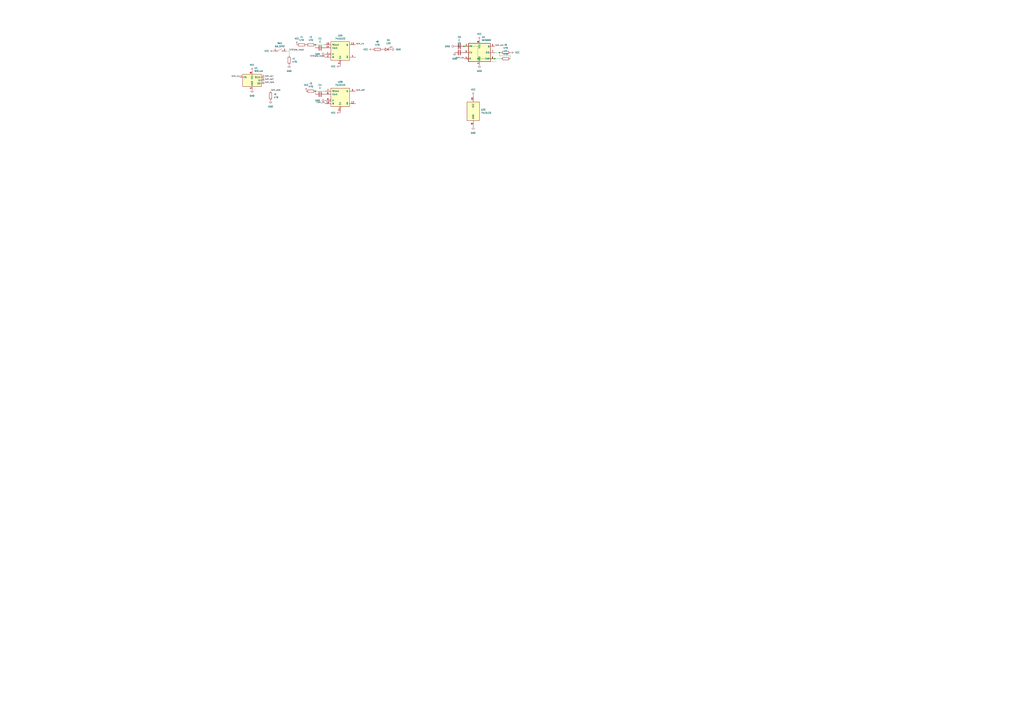
<source format=kicad_sch>
(kicad_sch (version 20230121) (generator eeschema)
  (paper "A1")
  (lib_symbols
    (symbol "74xx:74LS123" (pin_names (offset 1.016))
      (property "Reference" "U" (at -7.62 8.89 0))
      (property "Value" "74LS123" (at -7.62 -8.89 0))
      (symbol "74LS123_1_0"
        (pin input inverted (at -12.7 -2.54 0) (length 5.08) (name "A") (number "1"))
        (pin output line (at 12.7 5.08 180) (length 5.08) (name "Q") (number "13"))
        (pin input line (at -12.7 2.54 0) (length 5.08) (name "Cext") (number "14"))
        (pin input line (at -12.7 5.08 0) (length 5.08) (name "RCext") (number "15"))
        (pin input line (at -12.7 -5.08 0) (length 5.08) (name "B") (number "2"))
        (pin input inverted (at 0 -12.7 90) (length 5.08) (name "Clr") (number "3"))
        (pin output line (at 12.7 -5.08 180) (length 5.08) (name "~{Q}") (number "4"))
      )
      (symbol "74LS123_1_1"
        (rectangle (start -7.62 7.62) (end 7.62 -7.62) (stroke (width 0.254)) (fill (type background)))
      )
      (symbol "74LS123_2_0"
        (pin input line (at -12.7 -5.08 0) (length 5.08) (name "B") (number "10"))
        (pin input inverted (at 0 -12.7 90) (length 5.08) (name "Clr") (number "11"))
        (pin output line (at 12.7 -5.08 180) (length 5.08) (name "~{Q}") (number "12"))
        (pin output line (at 12.7 5.08 180) (length 5.08) (name "Q") (number "5"))
        (pin input line (at -12.7 2.54 0) (length 5.08) (name "Cext") (number "6"))
        (pin input line (at -12.7 5.08 0) (length 5.08) (name "RCext") (number "7"))
        (pin input inverted (at -12.7 -2.54 0) (length 5.08) (name "A") (number "9"))
      )
      (symbol "74LS123_2_1"
        (rectangle (start -7.62 7.62) (end 7.62 -7.62) (stroke (width 0.254)) (fill (type background)))
      )
      (symbol "74LS123_3_0"
        (pin power_in line (at 0 12.7 270) (length 5.08) (name "VCC") (number "16"))
        (pin power_in line (at 0 -12.7 90) (length 5.08) (name "GND") (number "8"))
      )
      (symbol "74LS123_3_1"
        (rectangle (start -5.08 7.62) (end 5.08 -7.62) (stroke (width 0.254)) (fill (type background)))
      )
    )
    (symbol "Device:C" (pin_numbers hide) (pin_names (offset 0.254))
      (property "Reference" "C" (at 0.635 2.54 0))
      (property "Value" "C" (at 0.635 -2.54 0))
      (symbol "C_0_1"
        (polyline (pts (xy -2.032 -0.762) (xy 2.032 -0.762)) (stroke (width 0.508)))
        (polyline (pts (xy -2.032 0.762) (xy 2.032 0.762)) (stroke (width 0.508)))
      )
      (symbol "C_1_1"
        (pin passive line (at 0 3.81 270) (length 2.794) (name "~") (number "1"))
        (pin passive line (at 0 -3.81 90) (length 2.794) (name "~") (number "2"))
      )
    )
    (symbol "Device:LED" (pin_numbers hide) (pin_names (offset 1.016) hide)
      (property "Reference" "D" (at 0 2.54 0))
      (property "Value" "LED" (at 0 -2.54 0))
      (symbol "LED_0_1"
        (polyline (pts (xy -1.27 -1.27) (xy -1.27 1.27)) (stroke (width 0.254)))
        (polyline (pts (xy -1.27 0) (xy 1.27 0)))
        (polyline (pts (xy 1.27 -1.27) (xy 1.27 1.27) (xy -1.27 0) (xy 1.27 -1.27)) (stroke (width 0.254)))
        (polyline (pts (xy -3.048 -0.762) (xy -4.572 -2.286) (xy -3.81 -2.286) (xy -4.572 -2.286) (xy -4.572 -1.524)))
        (polyline (pts (xy -1.778 -0.762) (xy -3.302 -2.286) (xy -2.54 -2.286) (xy -3.302 -2.286) (xy -3.302 -1.524)))
      )
      (symbol "LED_1_1"
        (pin passive line (at -3.81 0 0) (length 2.54) (name "K") (number "1"))
        (pin passive line (at 3.81 0 180) (length 2.54) (name "A") (number "2"))
      )
    )
    (symbol "Device:R" (pin_numbers hide) (pin_names (offset 0))
      (property "Reference" "R" (at 2.032 0 90))
      (property "Value" "R" (at 0 0 90))
      (symbol "R_0_1"
        (rectangle (start -1.016 -2.54) (end 1.016 2.54) (stroke (width 0.254)))
      )
      (symbol "R_1_1"
        (pin passive line (at 0 3.81 270) (length 1.27) (name "~") (number "1"))
        (pin passive line (at 0 -3.81 90) (length 1.27) (name "~") (number "2"))
      )
    )
    (symbol "Memory_EEPROM:93CxxA"
      (property "Reference" "U" (at -7.62 6.35 0))
      (property "Value" "93CxxA" (at 2.54 -6.35 0))
      (symbol "93CxxA_1_1"
        (rectangle (start -7.62 5.08) (end 7.62 -5.08) (stroke (width 0.254)) (fill (type background)))
        (pin input line (at -10.16 2.54 0) (length 2.54) (name "CS") (number "1"))
        (pin input line (at 10.16 2.54 180) (length 2.54) (name "SCLK") (number "2"))
        (pin input line (at 10.16 0 180) (length 2.54) (name "DI") (number "3"))
        (pin tri_state line (at 10.16 -2.54 180) (length 2.54) (name "DO") (number "4"))
        (pin power_in line (at 0 -7.62 90) (length 2.54) (name "GND") (number "5"))
        (pin no_connect line (at -7.62 0 0) (length 2.54) hide (name "NC") (number "6"))
        (pin no_connect line (at -7.62 -2.54 0) (length 2.54) hide (name "NC") (number "7"))
        (pin power_in line (at 0 7.62 270) (length 2.54) (name "VCC") (number "8"))
      )
    )
    (symbol "Switch:SW_SPST" (pin_names (offset 0) hide)
      (property "Reference" "SW" (at 0 3.175 0))
      (property "Value" "SW_SPST" (at 0 -2.54 0))
      (symbol "SW_SPST_0_0"
        (circle (center -2.032 0) (radius 0.508))
        (polyline (pts (xy -1.524 0.254) (xy 1.524 1.778)))
        (circle (center 2.032 0) (radius 0.508))
      )
      (symbol "SW_SPST_1_1"
        (pin passive line (at -5.08 0 0) (length 2.54) (name "A") (number "1"))
        (pin passive line (at 5.08 0 180) (length 2.54) (name "B") (number "2"))
      )
    )
    (symbol "Timer:NE555D"
      (property "Reference" "U" (at -10.16 8.89 0))
      (property "Value" "NE555D" (at 2.54 8.89 0))
      (symbol "NE555D_0_0"
        (pin power_in line (at 0 -10.16 90) (length 2.54) (name "GND") (number "1"))
        (pin power_in line (at 0 10.16 270) (length 2.54) (name "VCC") (number "8"))
      )
      (symbol "NE555D_0_1"
        (rectangle (start -8.89 -7.62) (end 8.89 7.62) (stroke (width 0.254)) (fill (type background)))
        (rectangle (start -8.89 -7.62) (end 8.89 7.62) (stroke (width 0.254)) (fill (type background)))
      )
      (symbol "NE555D_1_1"
        (pin input line (at -12.7 5.08 0) (length 3.81) (name "TR") (number "2"))
        (pin output line (at 12.7 5.08 180) (length 3.81) (name "Q") (number "3"))
        (pin input inverted (at -12.7 -5.08 0) (length 3.81) (name "R") (number "4"))
        (pin input line (at -12.7 0 0) (length 3.81) (name "CV") (number "5"))
        (pin input line (at 12.7 -5.08 180) (length 3.81) (name "THR") (number "6"))
        (pin input line (at 12.7 0 180) (length 3.81) (name "DIS") (number "7"))
      )
    )
    (symbol "power:GND" (power) (pin_names (offset 0))
      (property "Value" "GND" (at 0 -3.81 0))
      (symbol "GND_0_1"
        (polyline (pts (xy 0 0) (xy 0 -1.27) (xy 1.27 -1.27) (xy 0 -2.54) (xy -1.27 -1.27) (xy 0 -1.27)))
      )
      (symbol "GND_1_1"
        (pin power_in line (at 0 0 270) (length 0) hide (name "GND") (number "1"))
      )
    )
    (symbol "power:VCC" (power) (pin_names (offset 0))
      (property "Value" "VCC" (at 0 3.81 0))
      (symbol "VCC_0_1"
        (polyline (pts (xy -0.762 1.27) (xy 0 2.54)))
        (polyline (pts (xy 0 0) (xy 0 2.54)))
        (polyline (pts (xy 0 2.54) (xy 0.762 1.27)))
      )
      (symbol "VCC_1_1"
        (pin power_in line (at 0 0 90) (length 0) hide (name "VCC") (number "1"))
      )
    )
  )
  (junction (at 259.08 36.83))
  (junction (at 410.21 43.18))
  (junction (at 392.43 48.26))
  (junction (at 259.08 74.93))
  (junction (at 406.4 48.26))
  (junction (at 381 38.1))
  (wire (pts (xy 392.43 50.8) (xy 407.67 50.8)))
  (wire (pts (xy 259.08 36.83) (xy 259.08 39.37)))
  (wire (pts (xy 237.49 41.91) (xy 237.49 45.72)))
  (wire (pts (xy 259.08 36.83) (xy 266.7 36.83)))
  (wire (pts (xy 259.08 74.93) (xy 259.08 77.47)))
  (wire (pts (xy 392.43 48.26) (xy 406.4 48.26)))
  (wire (pts (xy 419.1 45.72) (xy 419.1 48.26)))
  (wire (pts (xy 410.21 43.18) (xy 411.48 43.18)))
  (wire (pts (xy 406.4 48.26) (xy 411.48 48.26)))
  (wire (pts (xy 392.43 48.26) (xy 392.43 50.8)))
  (wire (pts (xy 410.21 45.72) (xy 419.1 45.72)))
  (wire (pts (xy 406.4 43.18) (xy 410.21 43.18)))
  (wire (pts (xy 410.21 43.18) (xy 410.21 45.72)))
  (wire (pts (xy 234.95 41.91) (xy 237.49 41.91)))
  (wire (pts (xy 381 38.1) (xy 392.43 38.1)))
  (wire (pts (xy 259.08 74.93) (xy 266.7 74.93)))
  (wire (pts (xy 392.43 38.1) (xy 392.43 48.26)))
  (label "rom_sdo" (at 217.17 68.58 0))
  (label "initiate_read" (at 266.7 46.99 180))
  (label "rom_sdi" (at 292.1 74.93 0))
  (label "rom_scl" (at 406.4 38.1 0))
  (label "rom_cs" (at 381 48.26 180))
  (label "rom_scl" (at 217.17 63.5 0))
  (label "rom_sdi" (at 217.17 66.04 0))
  (label "rom_cs" (at 266.7 85.09 180))
  (label "initiate_read" (at 237.49 41.91 0))
  (label "rom_sdo" (at 222.25 74.93 0))
  (label "rom_cs" (at 292.1 36.83 0))
  (label "rom_cs" (at 196.85 63.5 180))
  (symbol (lib_id "Device:R") (at 255.27 74.93 90) (unit 1)
    (property "Reference" "r3" (at 255.27 68.58 90))
    (property "Value" "470" (at 255.27 71.12 90))
    (property "Footprint" "Resistor_THT:R_Axial_DIN0204_L3.6mm_D1.6mm_P5.08mm_Horizontal" (effects hide))
  )
  (symbol (lib_id "power:GND") (at 266.7 44.45 270) (unit 1)
    (property "Reference" "#PWR010" (effects hide))
    (property "Value" "GND" (at 262.89 44.45 90) (effects (justify right)))
  )
  (symbol (lib_id "Device:R") (at 237.49 49.53 180) (unit 1)
    (property "Reference" "r1" (at 240.03 48.26 0) (effects (justify right)))
    (property "Value" "470" (at 240.03 50.8 0) (effects (justify right)))
    (property "Footprint" "Resistor_THT:R_Axial_DIN0204_L3.6mm_D1.6mm_P5.08mm_Horizontal" (effects hide))
  )
  (symbol (lib_id "power:GND") (at 388.62 104.14 0) (unit 1)
    (property "Reference" "#PWR06" (effects hide))
    (property "Value" "GND" (at 388.62 109.22 0))
  )
  (symbol (lib_id "power:VCC") (at 306.07 40.64 90) (unit 1)
    (property "Reference" "#PWR04" (effects hide))
    (property "Value" "VCC" (at 302.26 40.64 90) (effects (justify left)))
  )
  (symbol (lib_id "Timer:NE555D") (at 393.7 43.18 0) (unit 1)
    (property "Reference" "U4" (at 395.6559 30.48 0) (effects (justify left)))
    (property "Value" "NE555D" (at 395.6559 33.02 0) (effects (justify left)))
    (property "Footprint" "Package_DIP:DIP-8_W7.62mm" (effects hide))
    (property "Datasheet" "http://www.ti.com/lit/ds/symlink/ne555.pdf" (effects hide))
  )
  (symbol (lib_id "power:GND") (at 266.7 82.55 270) (unit 1)
    (property "Reference" "#PWR09" (effects hide))
    (property "Value" "GND" (at 262.89 82.55 90) (effects (justify right)))
  )
  (symbol (lib_id "power:VCC") (at 251.46 74.93 0) (unit 1)
    (property "Reference" "#PWR014" (effects hide))
    (property "Value" "VCC" (at 251.46 69.85 0))
  )
  (symbol (lib_id "74xx:74LS123") (at 279.4 80.01 0) (unit 2)
    (property "Reference" "U2" (at 279.4 67.31 0))
    (property "Value" "74LS123" (at 279.4 69.85 0))
    (property "Footprint" "Package_DIP:DIP-16_W7.62mm" (effects hide))
    (property "Datasheet" "http://www.ti.com/lit/gpn/sn74LS123" (effects hide))
  )
  (symbol (lib_id "power:GND") (at 393.7 53.34 0) (unit 1)
    (property "Reference" "#PWR022" (effects hide))
    (property "Value" "GND" (at 393.7 58.42 0))
  )
  (symbol (lib_id "power:GND") (at 207.01 73.66 0) (unit 1)
    (property "Reference" "#PWR02" (effects hide))
    (property "Value" "GND" (at 207.01 78.74 0))
  )
  (symbol (lib_id "power:VCC") (at 207.01 58.42 0) (unit 1)
    (property "Reference" "#PWR01" (effects hide))
    (property "Value" "VCC" (at 207.01 53.34 0))
  )
  (symbol (lib_id "power:VCC") (at 243.84 36.83 0) (unit 1)
    (property "Reference" "#PWR013" (effects hide))
    (property "Value" "VCC" (at 243.84 31.75 0))
  )
  (symbol (lib_id "Device:R") (at 415.29 43.18 90) (unit 1)
    (property "Reference" "r6" (at 415.29 36.83 90))
    (property "Value" "470" (at 415.29 39.37 90))
    (property "Footprint" "Resistor_THT:R_Axial_DIN0204_L3.6mm_D1.6mm_P5.08mm_Horizontal" (effects hide))
  )
  (symbol (lib_id "Device:C") (at 377.19 38.1 270) (unit 1)
    (property "Reference" "C6" (at 377.19 30.48 90))
    (property "Value" "C" (at 377.19 33.02 90))
    (property "Footprint" "Capacitor_THT:C_Disc_D3.0mm_W2.0mm_P2.50mm" (effects hide))
  )
  (symbol (lib_id "power:VCC") (at 279.4 92.71 90) (unit 1)
    (property "Reference" "#PWR020" (effects hide))
    (property "Value" "VCC" (at 275.59 92.71 90) (effects (justify left)))
  )
  (symbol (lib_id "74xx:74LS123") (at 279.4 41.91 0) (unit 1)
    (property "Reference" "U2" (at 279.4 29.21 0))
    (property "Value" "74LS123" (at 279.4 31.75 0))
    (property "Footprint" "Package_DIP:DIP-16_W7.62mm" (effects hide))
    (property "Datasheet" "http://www.ti.com/lit/gpn/sn74LS123" (effects hide))
  )
  (symbol (lib_id "power:VCC") (at 393.7 33.02 0) (unit 1)
    (property "Reference" "#PWR021" (effects hide))
    (property "Value" "VCC" (at 393.7 27.94 0))
  )
  (symbol (lib_id "power:GND") (at 321.31 40.64 90) (unit 1)
    (property "Reference" "#PWR011" (effects hide))
    (property "Value" "GND" (at 325.12 40.64 90) (effects (justify right)))
  )
  (symbol (lib_id "Memory_EEPROM:93CxxA") (at 207.01 66.04 0) (unit 1)
    (property "Reference" "U1" (at 208.9659 55.88 0) (effects (justify left)))
    (property "Value" "93CxxA" (at 208.9659 58.42 0) (effects (justify left)))
    (property "Footprint" "Package_DIP:DIP-8_W7.62mm" (effects hide))
    (property "Datasheet" "http://ww1.microchip.com/downloads/en/DeviceDoc/20001749K.pdf" (effects hide))
  )
  (symbol (lib_id "Device:R") (at 309.88 40.64 90) (unit 1)
    (property "Reference" "r8" (at 309.88 34.29 90))
    (property "Value" "470" (at 309.88 36.83 90))
    (property "Footprint" "Resistor_THT:R_Axial_DIN0204_L3.6mm_D1.6mm_P5.08mm_Horizontal" (effects hide))
  )
  (symbol (lib_id "power:GND") (at 222.25 82.55 0) (unit 1)
    (property "Reference" "#PWR03" (effects hide))
    (property "Value" "GND" (at 222.25 87.63 0))
  )
  (symbol (lib_id "Device:R") (at 415.29 48.26 90) (unit 1)
    (property "Reference" "r7" (at 415.29 41.91 90))
    (property "Value" "470" (at 415.29 44.45 90))
    (property "Footprint" "Resistor_THT:R_Axial_DIN0204_L3.6mm_D1.6mm_P5.08mm_Horizontal" (effects hide))
  )
  (symbol (lib_id "power:GND") (at 237.49 53.34 0) (unit 1)
    (property "Reference" "#PWR08" (effects hide))
    (property "Value" "GND" (at 237.49 58.42 0))
  )
  (symbol (lib_id "Device:LED") (at 317.5 40.64 180) (unit 1)
    (property "Reference" "D1" (at 319.0875 33.02 0))
    (property "Value" "LED" (at 319.0875 35.56 0))
    (property "Footprint" "LED_THT:LED_D1.8mm_W3.3mm_H2.4mm" (effects hide))
  )
  (symbol (lib_id "Device:R") (at 222.25 78.74 180) (unit 1)
    (property "Reference" "r5" (at 224.79 77.47 0) (effects (justify right)))
    (property "Value" "470" (at 224.79 80.01 0) (effects (justify right)))
    (property "Footprint" "Resistor_THT:R_Axial_DIN0204_L3.6mm_D1.6mm_P5.08mm_Horizontal" (effects hide))
  )
  (symbol (lib_id "74xx:74LS123") (at 388.62 91.44 0) (unit 3)
    (property "Reference" "U2" (at 394.97 90.17 0) (effects (justify left)))
    (property "Value" "74LS123" (at 394.97 92.71 0) (effects (justify left)))
    (property "Footprint" "Package_DIP:DIP-16_W7.62mm" (effects hide))
    (property "Datasheet" "http://www.ti.com/lit/gpn/sn74LS123" (effects hide))
  )
  (symbol (lib_id "Switch:SW_SPST") (at 229.87 41.91 0) (unit 1)
    (property "Reference" "SW1" (at 229.87 35.56 0))
    (property "Value" "SW_SPST" (at 229.87 38.1 0))
    (property "Footprint" "Capacitor_THT:C_Disc_D5.1mm_W3.2mm_P5.00mm" (effects hide))
  )
  (symbol (lib_id "Device:C") (at 377.19 43.18 270) (unit 1)
    (property "Reference" "C5" (at 377.19 35.56 90))
    (property "Value" "C" (at 377.19 38.1 90))
    (property "Footprint" "Capacitor_THT:C_Disc_D3.0mm_W2.0mm_P2.50mm" (effects hide))
  )
  (symbol (lib_id "Device:C") (at 262.89 77.47 90) (unit 1)
    (property "Reference" "C4" (at 262.89 69.85 90))
    (property "Value" "C" (at 262.89 72.39 90))
    (property "Footprint" "Capacitor_THT:C_Disc_D3.0mm_W2.0mm_P2.50mm" (effects hide))
  )
  (symbol (lib_id "power:VCC") (at 224.79 41.91 90) (unit 1)
    (property "Reference" "#PWR07" (effects hide))
    (property "Value" "VCC" (at 220.98 41.91 90) (effects (justify left)))
  )
  (symbol (lib_id "power:GND") (at 373.38 43.18 0) (unit 1)
    (property "Reference" "#PWR023" (effects hide))
    (property "Value" "GND" (at 373.38 48.26 0))
  )
  (symbol (lib_id "power:VCC") (at 388.62 78.74 0) (unit 1)
    (property "Reference" "#PWR05" (effects hide))
    (property "Value" "VCC" (at 388.62 73.66 0))
  )
  (symbol (lib_id "Device:R") (at 247.65 36.83 90) (unit 1)
    (property "Reference" "r4" (at 247.65 30.48 90))
    (property "Value" "470" (at 247.65 33.02 90))
    (property "Footprint" "Resistor_THT:R_Axial_DIN0204_L3.6mm_D1.6mm_P5.08mm_Horizontal" (effects hide))
  )
  (symbol (lib_id "Device:C") (at 262.89 39.37 90) (unit 1)
    (property "Reference" "C1" (at 262.89 31.75 90))
    (property "Value" "C" (at 262.89 34.29 90))
    (property "Footprint" "Capacitor_THT:C_Disc_D3.0mm_W2.0mm_P2.50mm" (effects hide))
  )
  (symbol (lib_id "power:VCC") (at 279.4 54.61 90) (unit 1)
    (property "Reference" "#PWR017" (effects hide))
    (property "Value" "VCC" (at 275.59 54.61 90) (effects (justify left)))
  )
  (symbol (lib_id "power:GND") (at 373.38 38.1 270) (unit 1)
    (property "Reference" "#PWR024" (effects hide))
    (property "Value" "GND" (at 369.57 38.1 90) (effects (justify right)))
  )
  (symbol (lib_id "power:VCC") (at 419.1 43.18 270) (unit 1)
    (property "Reference" "#PWR025" (effects hide))
    (property "Value" "VCC" (at 422.91 43.18 90) (effects (justify left)))
  )
  (symbol (lib_id "Device:R") (at 255.27 36.83 90) (unit 1)
    (property "Reference" "r2" (at 255.27 30.48 90))
    (property "Value" "470" (at 255.27 33.02 90))
    (property "Footprint" "Resistor_THT:R_Axial_DIN0204_L3.6mm_D1.6mm_P5.08mm_Horizontal" (effects hide))
  )
)
</source>
